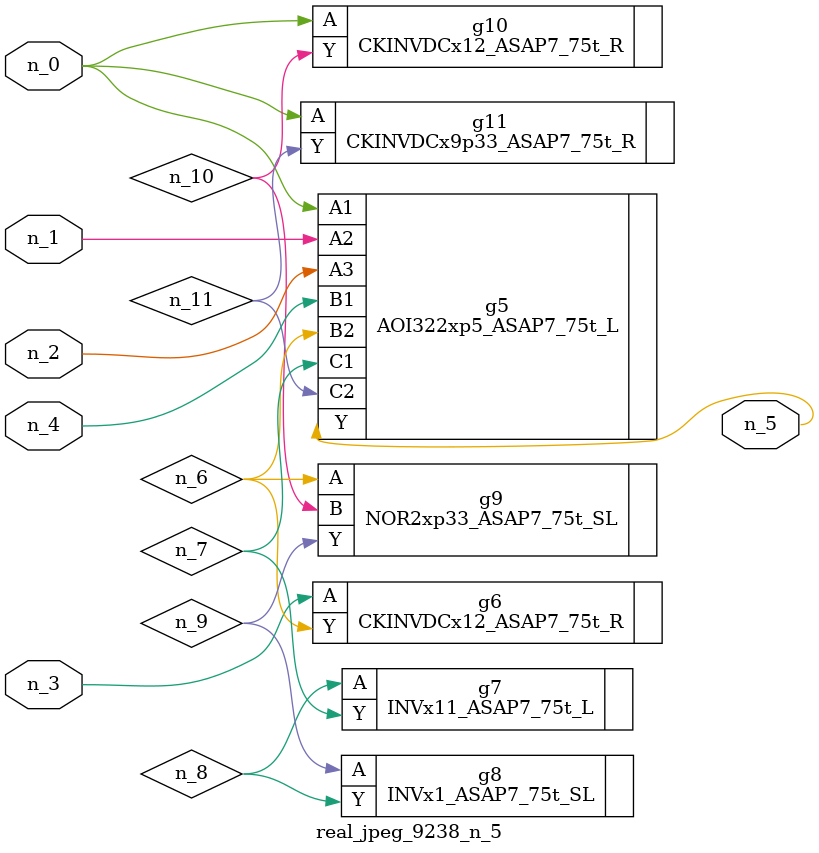
<source format=v>
module real_jpeg_9238_n_5 (n_4, n_0, n_1, n_2, n_3, n_5);

input n_4;
input n_0;
input n_1;
input n_2;
input n_3;

output n_5;

wire n_8;
wire n_11;
wire n_6;
wire n_7;
wire n_10;
wire n_9;

AOI322xp5_ASAP7_75t_L g5 ( 
.A1(n_0),
.A2(n_1),
.A3(n_2),
.B1(n_4),
.B2(n_6),
.C1(n_7),
.C2(n_11),
.Y(n_5)
);

CKINVDCx12_ASAP7_75t_R g10 ( 
.A(n_0),
.Y(n_10)
);

CKINVDCx9p33_ASAP7_75t_R g11 ( 
.A(n_0),
.Y(n_11)
);

CKINVDCx12_ASAP7_75t_R g6 ( 
.A(n_3),
.Y(n_6)
);

NOR2xp33_ASAP7_75t_SL g9 ( 
.A(n_6),
.B(n_10),
.Y(n_9)
);

INVx11_ASAP7_75t_L g7 ( 
.A(n_8),
.Y(n_7)
);

INVx1_ASAP7_75t_SL g8 ( 
.A(n_9),
.Y(n_8)
);


endmodule
</source>
